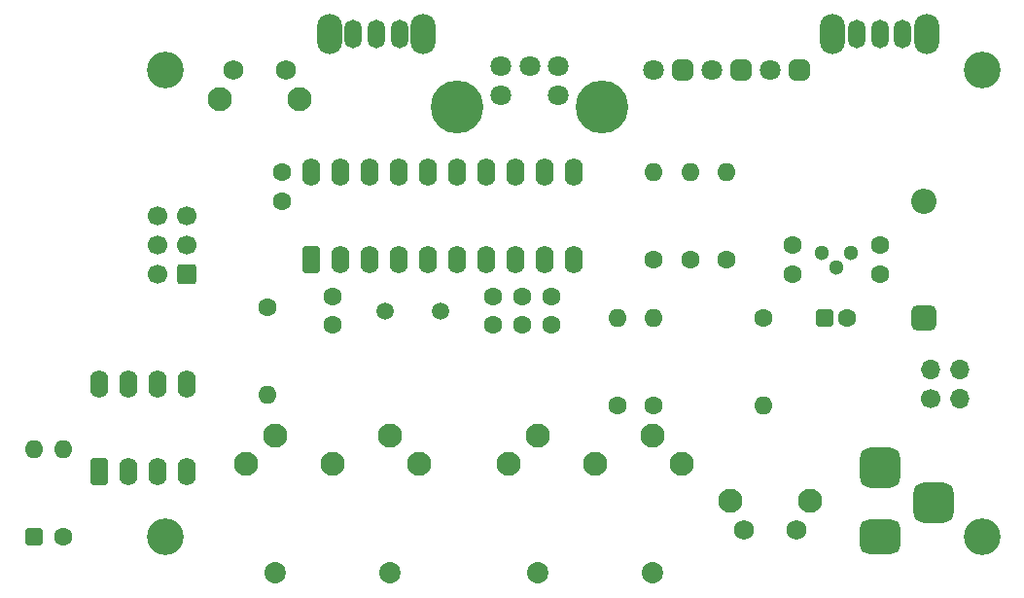
<source format=gbr>
%TF.GenerationSoftware,KiCad,Pcbnew,(6.0.11)*%
%TF.CreationDate,2023-08-23T01:54:35-07:00*%
%TF.ProjectId,miditwiddle,6d696469-7477-4696-9464-6c652e6b6963,rev?*%
%TF.SameCoordinates,PX9157080PY60e4b00*%
%TF.FileFunction,Soldermask,Top*%
%TF.FilePolarity,Negative*%
%FSLAX46Y46*%
G04 Gerber Fmt 4.6, Leading zero omitted, Abs format (unit mm)*
G04 Created by KiCad (PCBNEW (6.0.11)) date 2023-08-23 01:54:35*
%MOMM*%
%LPD*%
G01*
G04 APERTURE LIST*
G04 Aperture macros list*
%AMRoundRect*
0 Rectangle with rounded corners*
0 $1 Rounding radius*
0 $2 $3 $4 $5 $6 $7 $8 $9 X,Y pos of 4 corners*
0 Add a 4 corners polygon primitive as box body*
4,1,4,$2,$3,$4,$5,$6,$7,$8,$9,$2,$3,0*
0 Add four circle primitives for the rounded corners*
1,1,$1+$1,$2,$3*
1,1,$1+$1,$4,$5*
1,1,$1+$1,$6,$7*
1,1,$1+$1,$8,$9*
0 Add four rect primitives between the rounded corners*
20,1,$1+$1,$2,$3,$4,$5,0*
20,1,$1+$1,$4,$5,$6,$7,0*
20,1,$1+$1,$6,$7,$8,$9,0*
20,1,$1+$1,$8,$9,$2,$3,0*%
G04 Aperture macros list end*
%ADD10C,3.200000*%
%ADD11C,1.600000*%
%ADD12RoundRect,0.450000X0.450000X0.450000X-0.450000X0.450000X-0.450000X-0.450000X0.450000X-0.450000X0*%
%ADD13C,1.800000*%
%ADD14C,2.100000*%
%ADD15C,1.860000*%
%ADD16O,1.600000X1.600000*%
%ADD17RoundRect,0.550000X0.550000X-0.550000X0.550000X0.550000X-0.550000X0.550000X-0.550000X-0.550000X0*%
%ADD18O,2.200000X2.200000*%
%ADD19C,1.700000*%
%ADD20O,1.700000X1.700000*%
%ADD21C,1.750000*%
%ADD22RoundRect,0.250000X0.600000X0.600000X-0.600000X0.600000X-0.600000X-0.600000X0.600000X-0.600000X0*%
%ADD23C,1.500000*%
%ADD24RoundRect,0.400000X0.400000X-0.800000X0.400000X0.800000X-0.400000X0.800000X-0.400000X-0.800000X0*%
%ADD25O,1.600000X2.400000*%
%ADD26C,1.300000*%
%ADD27RoundRect,0.400000X-0.400000X-0.400000X0.400000X-0.400000X0.400000X0.400000X-0.400000X0.400000X0*%
%ADD28O,2.200000X3.500000*%
%ADD29O,1.500000X2.500000*%
%ADD30RoundRect,0.400000X0.400000X-0.400000X0.400000X0.400000X-0.400000X0.400000X-0.400000X-0.400000X0*%
%ADD31RoundRect,0.875000X0.875000X-0.875000X0.875000X0.875000X-0.875000X0.875000X-0.875000X-0.875000X0*%
%ADD32RoundRect,0.750000X1.000000X-0.750000X1.000000X0.750000X-1.000000X0.750000X-1.000000X-0.750000X0*%
%ADD33C,4.600000*%
G04 APERTURE END LIST*
D10*
%TO.C,MH1*%
X-35560000Y20320000D03*
%TD*%
%TO.C,MH2*%
X35560000Y20320000D03*
%TD*%
%TO.C,MH4*%
X35560000Y-20320000D03*
%TD*%
%TO.C,MH3*%
X-35560000Y-20320000D03*
%TD*%
D11*
%TO.C,C2*%
X19050000Y5080000D03*
X19050000Y2580000D03*
%TD*%
D12*
%TO.C,D5*%
X9525000Y20320000D03*
D13*
X6985000Y20320000D03*
%TD*%
D14*
%TO.C,J3*%
X-13455000Y-13970000D03*
X-20955000Y-13970000D03*
X-28455000Y-13970000D03*
X-15955000Y-11470000D03*
X-25955000Y-11470000D03*
D15*
X-15955000Y-23470000D03*
X-25955000Y-23470000D03*
%TD*%
D14*
%TO.C,J4*%
X9405000Y-13970000D03*
X1905000Y-13970000D03*
X-5595000Y-13970000D03*
X6905000Y-11470000D03*
X-3095000Y-11470000D03*
D15*
X6905000Y-23470000D03*
X-3095000Y-23470000D03*
%TD*%
D11*
%TO.C,R5*%
X3810000Y-8890000D03*
D16*
X3810000Y-1270000D03*
%TD*%
D17*
%TO.C,D1*%
X30480000Y-1270000D03*
D18*
X30480000Y8890000D03*
%TD*%
D19*
%TO.C,JP1*%
X31115000Y-8255000D03*
D20*
X31115000Y-5715000D03*
X33655000Y-8255000D03*
X33655000Y-5715000D03*
%TD*%
D14*
%TO.C,SW2*%
X20645000Y-17195000D03*
X13635000Y-17195000D03*
D21*
X19395000Y-19685000D03*
X14895000Y-19685000D03*
%TD*%
D11*
%TO.C,R1*%
X16510000Y-1270000D03*
D16*
X16510000Y-8890000D03*
%TD*%
D22*
%TO.C,J2*%
X-33655000Y2540000D03*
D19*
X-36195000Y2540000D03*
X-33655000Y5080000D03*
X-36195000Y5080000D03*
X-33655000Y7620000D03*
X-36195000Y7620000D03*
%TD*%
D23*
%TO.C,Y1*%
X-16410000Y-635000D03*
X-11530000Y-635000D03*
%TD*%
D24*
%TO.C,U2*%
X-22860000Y3810000D03*
D25*
X-20320000Y3810000D03*
X-17780000Y3810000D03*
X-15240000Y3810000D03*
X-12700000Y3810000D03*
X-10160000Y3810000D03*
X-7620000Y3810000D03*
X-5080000Y3810000D03*
X-2540000Y3810000D03*
X0Y3810000D03*
X0Y11430000D03*
X-2540000Y11430000D03*
X-5080000Y11430000D03*
X-7620000Y11430000D03*
X-10160000Y11430000D03*
X-12700000Y11430000D03*
X-15240000Y11430000D03*
X-17780000Y11430000D03*
X-20320000Y11430000D03*
X-22860000Y11430000D03*
%TD*%
D11*
%TO.C,C4*%
X-25400000Y11430000D03*
X-25400000Y8930000D03*
%TD*%
%TO.C,R4*%
X6985000Y-8890000D03*
D16*
X6985000Y-1270000D03*
%TD*%
D11*
%TO.C,C1*%
X26670000Y2580000D03*
X26670000Y5080000D03*
%TD*%
D26*
%TO.C,U1*%
X24130000Y4445000D03*
X22860000Y3175000D03*
X21590000Y4445000D03*
%TD*%
D11*
%TO.C,R6*%
X13335000Y3810000D03*
D16*
X13335000Y11430000D03*
%TD*%
D11*
%TO.C,R7*%
X10160000Y3810000D03*
D16*
X10160000Y11430000D03*
%TD*%
D12*
%TO.C,D3*%
X19685000Y20320000D03*
D13*
X17145000Y20320000D03*
%TD*%
D12*
%TO.C,D4*%
X14605000Y20320000D03*
D13*
X12065000Y20320000D03*
%TD*%
D27*
%TO.C,C3*%
X21850000Y-1270000D03*
D11*
X23850000Y-1270000D03*
%TD*%
D28*
%TO.C,SW1*%
X30770000Y23495000D03*
X22570000Y23495000D03*
D29*
X28670000Y23495000D03*
X26670000Y23495000D03*
X24670000Y23495000D03*
%TD*%
D28*
%TO.C,SW3*%
X-21245000Y23495000D03*
X-13045000Y23495000D03*
D29*
X-15145000Y23495000D03*
X-17145000Y23495000D03*
X-19145000Y23495000D03*
%TD*%
D11*
%TO.C,R8*%
X6985000Y3810000D03*
D16*
X6985000Y11430000D03*
%TD*%
D14*
%TO.C,SW4*%
X-23795000Y17830000D03*
X-30805000Y17830000D03*
D21*
X-29555000Y20320000D03*
X-25055000Y20320000D03*
%TD*%
D11*
%TO.C,C8*%
X-4445000Y635000D03*
X-4445000Y-1865000D03*
%TD*%
%TO.C,R2*%
X-44450000Y-20320000D03*
D16*
X-44450000Y-12700000D03*
%TD*%
D30*
%TO.C,D2*%
X-46990000Y-20320000D03*
D16*
X-46990000Y-12700000D03*
%TD*%
D11*
%TO.C,R3*%
X-26670000Y-317500D03*
D16*
X-26670000Y-7937500D03*
%TD*%
D11*
%TO.C,C5*%
X-6985000Y-1865000D03*
X-6985000Y635000D03*
%TD*%
%TO.C,C6*%
X-20955000Y-1865000D03*
X-20955000Y635000D03*
%TD*%
%TO.C,C7*%
X-1905000Y635000D03*
X-1905000Y-1865000D03*
%TD*%
D24*
%TO.C,U3*%
X-41275000Y-14605000D03*
D25*
X-38735000Y-14605000D03*
X-36195000Y-14605000D03*
X-33655000Y-14605000D03*
X-33655000Y-6985000D03*
X-36195000Y-6985000D03*
X-38735000Y-6985000D03*
X-41275000Y-6985000D03*
%TD*%
D31*
%TO.C,J1*%
X26670000Y-14320000D03*
D32*
X26670000Y-20320000D03*
D31*
X31370000Y-17320000D03*
%TD*%
D33*
%TO.C,SW5*%
X-10110000Y17137500D03*
X2490000Y17137500D03*
D13*
X-1310000Y20637500D03*
X-6310000Y20637500D03*
X-3810000Y20637500D03*
X-1310000Y18137500D03*
X-6310000Y18137500D03*
%TD*%
M02*

</source>
